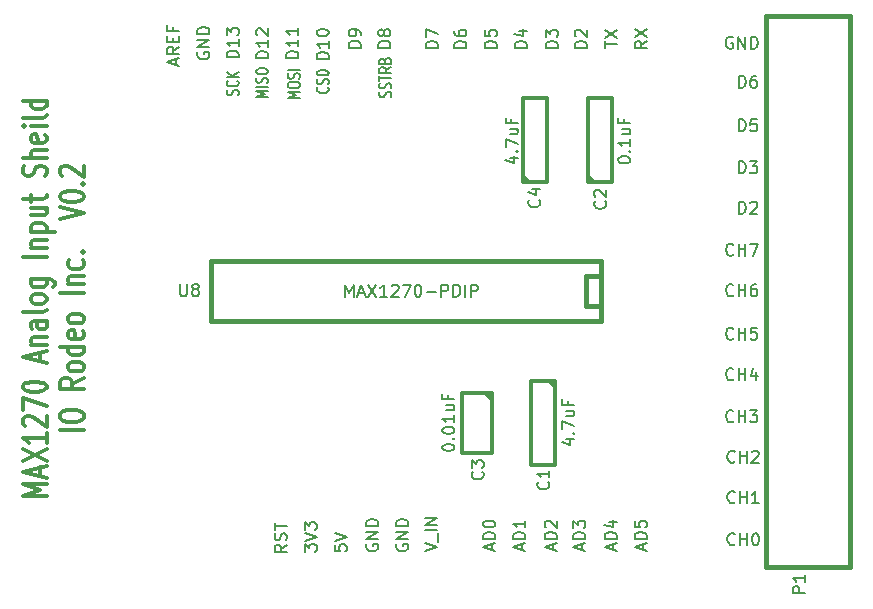
<source format=gto>
G04 (created by PCBNEW (2013-mar-13)-testing) date Sat 24 Aug 2013 02:49:24 PM PDT*
%MOIN*%
G04 Gerber Fmt 3.4, Leading zero omitted, Abs format*
%FSLAX34Y34*%
G01*
G70*
G90*
G04 APERTURE LIST*
%ADD10C,0.005906*%
%ADD11C,0.006000*%
%ADD12C,0.012000*%
%ADD13C,0.015000*%
%ADD14C,0.008000*%
G04 APERTURE END LIST*
G54D10*
G54D11*
X61890Y-34045D02*
X61490Y-34045D01*
X61490Y-33949D01*
X61510Y-33892D01*
X61548Y-33854D01*
X61586Y-33835D01*
X61662Y-33816D01*
X61719Y-33816D01*
X61795Y-33835D01*
X61833Y-33854D01*
X61871Y-33892D01*
X61890Y-33949D01*
X61890Y-34045D01*
X61662Y-33588D02*
X61643Y-33626D01*
X61624Y-33645D01*
X61586Y-33664D01*
X61567Y-33664D01*
X61529Y-33645D01*
X61510Y-33626D01*
X61490Y-33588D01*
X61490Y-33511D01*
X61510Y-33473D01*
X61529Y-33454D01*
X61567Y-33435D01*
X61586Y-33435D01*
X61624Y-33454D01*
X61643Y-33473D01*
X61662Y-33511D01*
X61662Y-33588D01*
X61681Y-33626D01*
X61700Y-33645D01*
X61738Y-33664D01*
X61814Y-33664D01*
X61852Y-33645D01*
X61871Y-33626D01*
X61890Y-33588D01*
X61890Y-33511D01*
X61871Y-33473D01*
X61852Y-33454D01*
X61814Y-33435D01*
X61738Y-33435D01*
X61700Y-33454D01*
X61681Y-33473D01*
X61662Y-33511D01*
X60900Y-34045D02*
X60500Y-34045D01*
X60500Y-33949D01*
X60520Y-33892D01*
X60558Y-33854D01*
X60596Y-33835D01*
X60672Y-33816D01*
X60729Y-33816D01*
X60805Y-33835D01*
X60843Y-33854D01*
X60881Y-33892D01*
X60900Y-33949D01*
X60900Y-34045D01*
X60900Y-33626D02*
X60900Y-33549D01*
X60881Y-33511D01*
X60862Y-33492D01*
X60805Y-33454D01*
X60729Y-33435D01*
X60577Y-33435D01*
X60539Y-33454D01*
X60520Y-33473D01*
X60500Y-33511D01*
X60500Y-33588D01*
X60520Y-33626D01*
X60539Y-33645D01*
X60577Y-33664D01*
X60672Y-33664D01*
X60710Y-33645D01*
X60729Y-33626D01*
X60748Y-33588D01*
X60748Y-33511D01*
X60729Y-33473D01*
X60710Y-33454D01*
X60672Y-33435D01*
X59830Y-34425D02*
X59430Y-34425D01*
X59430Y-34330D01*
X59450Y-34273D01*
X59488Y-34235D01*
X59526Y-34216D01*
X59602Y-34197D01*
X59659Y-34197D01*
X59735Y-34216D01*
X59773Y-34235D01*
X59811Y-34273D01*
X59830Y-34330D01*
X59830Y-34425D01*
X59830Y-33816D02*
X59830Y-34044D01*
X59830Y-33930D02*
X59430Y-33930D01*
X59488Y-33968D01*
X59526Y-34006D01*
X59545Y-34044D01*
X59430Y-33568D02*
X59430Y-33530D01*
X59450Y-33492D01*
X59469Y-33473D01*
X59507Y-33454D01*
X59583Y-33435D01*
X59678Y-33435D01*
X59754Y-33454D01*
X59792Y-33473D01*
X59811Y-33492D01*
X59830Y-33530D01*
X59830Y-33568D01*
X59811Y-33606D01*
X59792Y-33625D01*
X59754Y-33644D01*
X59678Y-33663D01*
X59583Y-33663D01*
X59507Y-33644D01*
X59469Y-33625D01*
X59450Y-33606D01*
X59430Y-33568D01*
X58820Y-34385D02*
X58420Y-34385D01*
X58420Y-34290D01*
X58440Y-34233D01*
X58478Y-34195D01*
X58516Y-34176D01*
X58592Y-34157D01*
X58649Y-34157D01*
X58725Y-34176D01*
X58763Y-34195D01*
X58801Y-34233D01*
X58820Y-34290D01*
X58820Y-34385D01*
X58820Y-33776D02*
X58820Y-34004D01*
X58820Y-33890D02*
X58420Y-33890D01*
X58478Y-33928D01*
X58516Y-33966D01*
X58535Y-34004D01*
X58820Y-33395D02*
X58820Y-33623D01*
X58820Y-33509D02*
X58420Y-33509D01*
X58478Y-33547D01*
X58516Y-33585D01*
X58535Y-33623D01*
X57820Y-34395D02*
X57420Y-34395D01*
X57420Y-34300D01*
X57440Y-34243D01*
X57478Y-34205D01*
X57516Y-34186D01*
X57592Y-34167D01*
X57649Y-34167D01*
X57725Y-34186D01*
X57763Y-34205D01*
X57801Y-34243D01*
X57820Y-34300D01*
X57820Y-34395D01*
X57820Y-33786D02*
X57820Y-34014D01*
X57820Y-33900D02*
X57420Y-33900D01*
X57478Y-33938D01*
X57516Y-33976D01*
X57535Y-34014D01*
X57459Y-33633D02*
X57440Y-33614D01*
X57420Y-33576D01*
X57420Y-33481D01*
X57440Y-33443D01*
X57459Y-33424D01*
X57497Y-33405D01*
X57535Y-33405D01*
X57592Y-33424D01*
X57820Y-33652D01*
X57820Y-33405D01*
X56830Y-34375D02*
X56430Y-34375D01*
X56430Y-34280D01*
X56450Y-34223D01*
X56488Y-34185D01*
X56526Y-34166D01*
X56602Y-34147D01*
X56659Y-34147D01*
X56735Y-34166D01*
X56773Y-34185D01*
X56811Y-34223D01*
X56830Y-34280D01*
X56830Y-34375D01*
X56830Y-33766D02*
X56830Y-33994D01*
X56830Y-33880D02*
X56430Y-33880D01*
X56488Y-33918D01*
X56526Y-33956D01*
X56545Y-33994D01*
X56430Y-33632D02*
X56430Y-33385D01*
X56583Y-33518D01*
X56583Y-33461D01*
X56602Y-33423D01*
X56621Y-33404D01*
X56659Y-33385D01*
X56754Y-33385D01*
X56792Y-33404D01*
X56811Y-33423D01*
X56830Y-33461D01*
X56830Y-33575D01*
X56811Y-33613D01*
X56792Y-33632D01*
X70440Y-33826D02*
X70250Y-33959D01*
X70440Y-34055D02*
X70040Y-34055D01*
X70040Y-33902D01*
X70060Y-33864D01*
X70079Y-33845D01*
X70117Y-33826D01*
X70174Y-33826D01*
X70212Y-33845D01*
X70231Y-33864D01*
X70250Y-33902D01*
X70250Y-34055D01*
X70040Y-33693D02*
X70440Y-33426D01*
X70040Y-33426D02*
X70440Y-33693D01*
X69040Y-34054D02*
X69040Y-33826D01*
X69440Y-33940D02*
X69040Y-33940D01*
X69040Y-33730D02*
X69440Y-33464D01*
X69040Y-33464D02*
X69440Y-33730D01*
X66440Y-34055D02*
X66040Y-34055D01*
X66040Y-33959D01*
X66060Y-33902D01*
X66098Y-33864D01*
X66136Y-33845D01*
X66212Y-33826D01*
X66269Y-33826D01*
X66345Y-33845D01*
X66383Y-33864D01*
X66421Y-33902D01*
X66440Y-33959D01*
X66440Y-34055D01*
X66174Y-33483D02*
X66440Y-33483D01*
X66021Y-33579D02*
X66307Y-33674D01*
X66307Y-33426D01*
X63470Y-34055D02*
X63070Y-34055D01*
X63070Y-33959D01*
X63090Y-33902D01*
X63128Y-33864D01*
X63166Y-33845D01*
X63242Y-33826D01*
X63299Y-33826D01*
X63375Y-33845D01*
X63413Y-33864D01*
X63451Y-33902D01*
X63470Y-33959D01*
X63470Y-34055D01*
X63070Y-33693D02*
X63070Y-33426D01*
X63470Y-33598D01*
G54D12*
X50431Y-48985D02*
X49631Y-48985D01*
X50203Y-48785D01*
X49631Y-48585D01*
X50431Y-48585D01*
X50203Y-48328D02*
X50203Y-48042D01*
X50431Y-48385D02*
X49631Y-48185D01*
X50431Y-47985D01*
X49631Y-47842D02*
X50431Y-47442D01*
X49631Y-47442D02*
X50431Y-47842D01*
X50431Y-46900D02*
X50431Y-47242D01*
X50431Y-47071D02*
X49631Y-47071D01*
X49746Y-47128D01*
X49822Y-47185D01*
X49860Y-47242D01*
X49708Y-46671D02*
X49670Y-46642D01*
X49631Y-46585D01*
X49631Y-46442D01*
X49670Y-46385D01*
X49708Y-46357D01*
X49784Y-46328D01*
X49860Y-46328D01*
X49974Y-46357D01*
X50431Y-46700D01*
X50431Y-46328D01*
X49631Y-46128D02*
X49631Y-45728D01*
X50431Y-45985D01*
X49631Y-45385D02*
X49631Y-45328D01*
X49670Y-45271D01*
X49708Y-45242D01*
X49784Y-45214D01*
X49936Y-45185D01*
X50127Y-45185D01*
X50279Y-45214D01*
X50355Y-45242D01*
X50393Y-45271D01*
X50431Y-45328D01*
X50431Y-45385D01*
X50393Y-45442D01*
X50355Y-45471D01*
X50279Y-45499D01*
X50127Y-45528D01*
X49936Y-45528D01*
X49784Y-45499D01*
X49708Y-45471D01*
X49670Y-45442D01*
X49631Y-45385D01*
X50203Y-44499D02*
X50203Y-44214D01*
X50431Y-44557D02*
X49631Y-44357D01*
X50431Y-44157D01*
X49898Y-43957D02*
X50431Y-43957D01*
X49974Y-43957D02*
X49936Y-43928D01*
X49898Y-43871D01*
X49898Y-43785D01*
X49936Y-43728D01*
X50012Y-43699D01*
X50431Y-43699D01*
X50431Y-43157D02*
X50012Y-43157D01*
X49936Y-43185D01*
X49898Y-43242D01*
X49898Y-43357D01*
X49936Y-43414D01*
X50393Y-43157D02*
X50431Y-43214D01*
X50431Y-43357D01*
X50393Y-43414D01*
X50317Y-43442D01*
X50241Y-43442D01*
X50165Y-43414D01*
X50127Y-43357D01*
X50127Y-43214D01*
X50089Y-43157D01*
X50431Y-42785D02*
X50393Y-42842D01*
X50317Y-42871D01*
X49631Y-42871D01*
X50431Y-42471D02*
X50393Y-42528D01*
X50355Y-42557D01*
X50279Y-42585D01*
X50050Y-42585D01*
X49974Y-42557D01*
X49936Y-42528D01*
X49898Y-42471D01*
X49898Y-42385D01*
X49936Y-42328D01*
X49974Y-42299D01*
X50050Y-42271D01*
X50279Y-42271D01*
X50355Y-42299D01*
X50393Y-42328D01*
X50431Y-42385D01*
X50431Y-42471D01*
X49898Y-41757D02*
X50546Y-41757D01*
X50622Y-41785D01*
X50660Y-41814D01*
X50698Y-41871D01*
X50698Y-41957D01*
X50660Y-42014D01*
X50393Y-41757D02*
X50431Y-41814D01*
X50431Y-41928D01*
X50393Y-41985D01*
X50355Y-42014D01*
X50279Y-42042D01*
X50050Y-42042D01*
X49974Y-42014D01*
X49936Y-41985D01*
X49898Y-41928D01*
X49898Y-41814D01*
X49936Y-41757D01*
X50431Y-41014D02*
X49631Y-41014D01*
X49898Y-40728D02*
X50431Y-40728D01*
X49974Y-40728D02*
X49936Y-40699D01*
X49898Y-40642D01*
X49898Y-40557D01*
X49936Y-40499D01*
X50012Y-40471D01*
X50431Y-40471D01*
X49898Y-40185D02*
X50698Y-40185D01*
X49936Y-40185D02*
X49898Y-40128D01*
X49898Y-40014D01*
X49936Y-39957D01*
X49974Y-39928D01*
X50050Y-39899D01*
X50279Y-39899D01*
X50355Y-39928D01*
X50393Y-39957D01*
X50431Y-40014D01*
X50431Y-40128D01*
X50393Y-40185D01*
X49898Y-39385D02*
X50431Y-39385D01*
X49898Y-39642D02*
X50317Y-39642D01*
X50393Y-39614D01*
X50431Y-39557D01*
X50431Y-39471D01*
X50393Y-39414D01*
X50355Y-39385D01*
X49898Y-39185D02*
X49898Y-38957D01*
X49631Y-39099D02*
X50317Y-39099D01*
X50393Y-39071D01*
X50431Y-39014D01*
X50431Y-38957D01*
X50393Y-38328D02*
X50431Y-38242D01*
X50431Y-38099D01*
X50393Y-38042D01*
X50355Y-38014D01*
X50279Y-37985D01*
X50203Y-37985D01*
X50127Y-38014D01*
X50089Y-38042D01*
X50050Y-38099D01*
X50012Y-38214D01*
X49974Y-38271D01*
X49936Y-38299D01*
X49860Y-38328D01*
X49784Y-38328D01*
X49708Y-38299D01*
X49670Y-38271D01*
X49631Y-38214D01*
X49631Y-38071D01*
X49670Y-37985D01*
X50431Y-37728D02*
X49631Y-37728D01*
X50431Y-37471D02*
X50012Y-37471D01*
X49936Y-37499D01*
X49898Y-37557D01*
X49898Y-37642D01*
X49936Y-37699D01*
X49974Y-37728D01*
X50393Y-36957D02*
X50431Y-37014D01*
X50431Y-37128D01*
X50393Y-37185D01*
X50317Y-37214D01*
X50012Y-37214D01*
X49936Y-37185D01*
X49898Y-37128D01*
X49898Y-37014D01*
X49936Y-36957D01*
X50012Y-36928D01*
X50089Y-36928D01*
X50165Y-37214D01*
X50431Y-36671D02*
X49898Y-36671D01*
X49631Y-36671D02*
X49670Y-36699D01*
X49708Y-36671D01*
X49670Y-36642D01*
X49631Y-36671D01*
X49708Y-36671D01*
X50431Y-36299D02*
X50393Y-36357D01*
X50317Y-36385D01*
X49631Y-36385D01*
X50431Y-35814D02*
X49631Y-35814D01*
X50393Y-35814D02*
X50431Y-35871D01*
X50431Y-35985D01*
X50393Y-36042D01*
X50355Y-36071D01*
X50279Y-36099D01*
X50050Y-36099D01*
X49974Y-36071D01*
X49936Y-36042D01*
X49898Y-35985D01*
X49898Y-35871D01*
X49936Y-35814D01*
X51671Y-46785D02*
X50871Y-46785D01*
X50871Y-46385D02*
X50871Y-46271D01*
X50910Y-46214D01*
X50986Y-46157D01*
X51138Y-46128D01*
X51405Y-46128D01*
X51557Y-46157D01*
X51633Y-46214D01*
X51671Y-46271D01*
X51671Y-46385D01*
X51633Y-46442D01*
X51557Y-46500D01*
X51405Y-46528D01*
X51138Y-46528D01*
X50986Y-46500D01*
X50910Y-46442D01*
X50871Y-46385D01*
X51671Y-45071D02*
X51290Y-45271D01*
X51671Y-45414D02*
X50871Y-45414D01*
X50871Y-45185D01*
X50910Y-45128D01*
X50948Y-45100D01*
X51024Y-45071D01*
X51138Y-45071D01*
X51214Y-45100D01*
X51252Y-45128D01*
X51290Y-45185D01*
X51290Y-45414D01*
X51671Y-44728D02*
X51633Y-44785D01*
X51595Y-44814D01*
X51519Y-44842D01*
X51290Y-44842D01*
X51214Y-44814D01*
X51176Y-44785D01*
X51138Y-44728D01*
X51138Y-44642D01*
X51176Y-44585D01*
X51214Y-44557D01*
X51290Y-44528D01*
X51519Y-44528D01*
X51595Y-44557D01*
X51633Y-44585D01*
X51671Y-44642D01*
X51671Y-44728D01*
X51671Y-44014D02*
X50871Y-44014D01*
X51633Y-44014D02*
X51671Y-44071D01*
X51671Y-44185D01*
X51633Y-44242D01*
X51595Y-44271D01*
X51519Y-44300D01*
X51290Y-44300D01*
X51214Y-44271D01*
X51176Y-44242D01*
X51138Y-44185D01*
X51138Y-44071D01*
X51176Y-44014D01*
X51633Y-43500D02*
X51671Y-43557D01*
X51671Y-43671D01*
X51633Y-43728D01*
X51557Y-43757D01*
X51252Y-43757D01*
X51176Y-43728D01*
X51138Y-43671D01*
X51138Y-43557D01*
X51176Y-43500D01*
X51252Y-43471D01*
X51329Y-43471D01*
X51405Y-43757D01*
X51671Y-43128D02*
X51633Y-43185D01*
X51595Y-43214D01*
X51519Y-43242D01*
X51290Y-43242D01*
X51214Y-43214D01*
X51176Y-43185D01*
X51138Y-43128D01*
X51138Y-43042D01*
X51176Y-42985D01*
X51214Y-42957D01*
X51290Y-42928D01*
X51519Y-42928D01*
X51595Y-42957D01*
X51633Y-42985D01*
X51671Y-43042D01*
X51671Y-43128D01*
X51671Y-42214D02*
X50871Y-42214D01*
X51138Y-41928D02*
X51671Y-41928D01*
X51214Y-41928D02*
X51176Y-41900D01*
X51138Y-41842D01*
X51138Y-41757D01*
X51176Y-41700D01*
X51252Y-41671D01*
X51671Y-41671D01*
X51633Y-41128D02*
X51671Y-41185D01*
X51671Y-41300D01*
X51633Y-41357D01*
X51595Y-41385D01*
X51519Y-41414D01*
X51290Y-41414D01*
X51214Y-41385D01*
X51176Y-41357D01*
X51138Y-41300D01*
X51138Y-41185D01*
X51176Y-41128D01*
X51595Y-40871D02*
X51633Y-40842D01*
X51671Y-40871D01*
X51633Y-40900D01*
X51595Y-40871D01*
X51671Y-40871D01*
X50871Y-39757D02*
X51671Y-39557D01*
X50871Y-39357D01*
X50871Y-39042D02*
X50871Y-38985D01*
X50910Y-38928D01*
X50948Y-38900D01*
X51024Y-38871D01*
X51176Y-38842D01*
X51367Y-38842D01*
X51519Y-38871D01*
X51595Y-38900D01*
X51633Y-38928D01*
X51671Y-38985D01*
X51671Y-39042D01*
X51633Y-39100D01*
X51595Y-39128D01*
X51519Y-39157D01*
X51367Y-39185D01*
X51176Y-39185D01*
X51024Y-39157D01*
X50948Y-39128D01*
X50910Y-39100D01*
X50871Y-39042D01*
X51595Y-38585D02*
X51633Y-38557D01*
X51671Y-38585D01*
X51633Y-38614D01*
X51595Y-38585D01*
X51671Y-38585D01*
X50948Y-38328D02*
X50910Y-38300D01*
X50871Y-38242D01*
X50871Y-38100D01*
X50910Y-38042D01*
X50948Y-38014D01*
X51024Y-37985D01*
X51100Y-37985D01*
X51214Y-38014D01*
X51671Y-38357D01*
X51671Y-37985D01*
G54D11*
X70316Y-50785D02*
X70316Y-50595D01*
X70430Y-50823D02*
X70030Y-50690D01*
X70430Y-50557D01*
X70430Y-50423D02*
X70030Y-50423D01*
X70030Y-50328D01*
X70050Y-50271D01*
X70088Y-50233D01*
X70126Y-50214D01*
X70202Y-50195D01*
X70259Y-50195D01*
X70335Y-50214D01*
X70373Y-50233D01*
X70411Y-50271D01*
X70430Y-50328D01*
X70430Y-50423D01*
X70030Y-49833D02*
X70030Y-50023D01*
X70221Y-50042D01*
X70202Y-50023D01*
X70183Y-49985D01*
X70183Y-49890D01*
X70202Y-49852D01*
X70221Y-49833D01*
X70259Y-49814D01*
X70354Y-49814D01*
X70392Y-49833D01*
X70411Y-49852D01*
X70430Y-49890D01*
X70430Y-49985D01*
X70411Y-50023D01*
X70392Y-50042D01*
X69316Y-50785D02*
X69316Y-50595D01*
X69430Y-50823D02*
X69030Y-50690D01*
X69430Y-50557D01*
X69430Y-50423D02*
X69030Y-50423D01*
X69030Y-50328D01*
X69050Y-50271D01*
X69088Y-50233D01*
X69126Y-50214D01*
X69202Y-50195D01*
X69259Y-50195D01*
X69335Y-50214D01*
X69373Y-50233D01*
X69411Y-50271D01*
X69430Y-50328D01*
X69430Y-50423D01*
X69164Y-49852D02*
X69430Y-49852D01*
X69011Y-49947D02*
X69297Y-50042D01*
X69297Y-49795D01*
X68266Y-50785D02*
X68266Y-50595D01*
X68380Y-50823D02*
X67980Y-50690D01*
X68380Y-50557D01*
X68380Y-50423D02*
X67980Y-50423D01*
X67980Y-50328D01*
X68000Y-50271D01*
X68038Y-50233D01*
X68076Y-50214D01*
X68152Y-50195D01*
X68209Y-50195D01*
X68285Y-50214D01*
X68323Y-50233D01*
X68361Y-50271D01*
X68380Y-50328D01*
X68380Y-50423D01*
X67980Y-50061D02*
X67980Y-49814D01*
X68133Y-49947D01*
X68133Y-49890D01*
X68152Y-49852D01*
X68171Y-49833D01*
X68209Y-49814D01*
X68304Y-49814D01*
X68342Y-49833D01*
X68361Y-49852D01*
X68380Y-49890D01*
X68380Y-50004D01*
X68361Y-50042D01*
X68342Y-50061D01*
X67316Y-50785D02*
X67316Y-50595D01*
X67430Y-50823D02*
X67030Y-50690D01*
X67430Y-50557D01*
X67430Y-50423D02*
X67030Y-50423D01*
X67030Y-50328D01*
X67050Y-50271D01*
X67088Y-50233D01*
X67126Y-50214D01*
X67202Y-50195D01*
X67259Y-50195D01*
X67335Y-50214D01*
X67373Y-50233D01*
X67411Y-50271D01*
X67430Y-50328D01*
X67430Y-50423D01*
X67069Y-50042D02*
X67050Y-50023D01*
X67030Y-49985D01*
X67030Y-49890D01*
X67050Y-49852D01*
X67069Y-49833D01*
X67107Y-49814D01*
X67145Y-49814D01*
X67202Y-49833D01*
X67430Y-50061D01*
X67430Y-49814D01*
X66266Y-50785D02*
X66266Y-50595D01*
X66380Y-50823D02*
X65980Y-50690D01*
X66380Y-50557D01*
X66380Y-50423D02*
X65980Y-50423D01*
X65980Y-50328D01*
X66000Y-50271D01*
X66038Y-50233D01*
X66076Y-50214D01*
X66152Y-50195D01*
X66209Y-50195D01*
X66285Y-50214D01*
X66323Y-50233D01*
X66361Y-50271D01*
X66380Y-50328D01*
X66380Y-50423D01*
X66380Y-49814D02*
X66380Y-50042D01*
X66380Y-49928D02*
X65980Y-49928D01*
X66038Y-49966D01*
X66076Y-50004D01*
X66095Y-50042D01*
X65266Y-50785D02*
X65266Y-50595D01*
X65380Y-50823D02*
X64980Y-50690D01*
X65380Y-50557D01*
X65380Y-50423D02*
X64980Y-50423D01*
X64980Y-50328D01*
X65000Y-50271D01*
X65038Y-50233D01*
X65076Y-50214D01*
X65152Y-50195D01*
X65209Y-50195D01*
X65285Y-50214D01*
X65323Y-50233D01*
X65361Y-50271D01*
X65380Y-50328D01*
X65380Y-50423D01*
X64980Y-49947D02*
X64980Y-49909D01*
X65000Y-49871D01*
X65019Y-49852D01*
X65057Y-49833D01*
X65133Y-49814D01*
X65228Y-49814D01*
X65304Y-49833D01*
X65342Y-49852D01*
X65361Y-49871D01*
X65380Y-49909D01*
X65380Y-49947D01*
X65361Y-49985D01*
X65342Y-50004D01*
X65304Y-50023D01*
X65228Y-50042D01*
X65133Y-50042D01*
X65057Y-50023D01*
X65019Y-50004D01*
X65000Y-49985D01*
X64980Y-49947D01*
X63030Y-50840D02*
X63430Y-50707D01*
X63030Y-50573D01*
X63469Y-50535D02*
X63469Y-50230D01*
X63430Y-50135D02*
X63030Y-50135D01*
X63430Y-49945D02*
X63030Y-49945D01*
X63430Y-49716D01*
X63030Y-49716D01*
X62100Y-50604D02*
X62080Y-50642D01*
X62080Y-50700D01*
X62100Y-50757D01*
X62138Y-50795D01*
X62176Y-50814D01*
X62252Y-50833D01*
X62309Y-50833D01*
X62385Y-50814D01*
X62423Y-50795D01*
X62461Y-50757D01*
X62480Y-50700D01*
X62480Y-50661D01*
X62461Y-50604D01*
X62442Y-50585D01*
X62309Y-50585D01*
X62309Y-50661D01*
X62480Y-50414D02*
X62080Y-50414D01*
X62480Y-50185D01*
X62080Y-50185D01*
X62480Y-49995D02*
X62080Y-49995D01*
X62080Y-49899D01*
X62100Y-49842D01*
X62138Y-49804D01*
X62176Y-49785D01*
X62252Y-49766D01*
X62309Y-49766D01*
X62385Y-49785D01*
X62423Y-49804D01*
X62461Y-49842D01*
X62480Y-49899D01*
X62480Y-49995D01*
X61100Y-50604D02*
X61080Y-50642D01*
X61080Y-50700D01*
X61100Y-50757D01*
X61138Y-50795D01*
X61176Y-50814D01*
X61252Y-50833D01*
X61309Y-50833D01*
X61385Y-50814D01*
X61423Y-50795D01*
X61461Y-50757D01*
X61480Y-50700D01*
X61480Y-50661D01*
X61461Y-50604D01*
X61442Y-50585D01*
X61309Y-50585D01*
X61309Y-50661D01*
X61480Y-50414D02*
X61080Y-50414D01*
X61480Y-50185D01*
X61080Y-50185D01*
X61480Y-49995D02*
X61080Y-49995D01*
X61080Y-49899D01*
X61100Y-49842D01*
X61138Y-49804D01*
X61176Y-49785D01*
X61252Y-49766D01*
X61309Y-49766D01*
X61385Y-49785D01*
X61423Y-49804D01*
X61461Y-49842D01*
X61480Y-49899D01*
X61480Y-49995D01*
X60030Y-50626D02*
X60030Y-50816D01*
X60221Y-50835D01*
X60202Y-50816D01*
X60183Y-50778D01*
X60183Y-50683D01*
X60202Y-50645D01*
X60221Y-50626D01*
X60259Y-50607D01*
X60354Y-50607D01*
X60392Y-50626D01*
X60411Y-50645D01*
X60430Y-50683D01*
X60430Y-50778D01*
X60411Y-50816D01*
X60392Y-50835D01*
X60030Y-50492D02*
X60430Y-50359D01*
X60030Y-50226D01*
X59030Y-50845D02*
X59030Y-50597D01*
X59183Y-50730D01*
X59183Y-50673D01*
X59202Y-50635D01*
X59221Y-50616D01*
X59259Y-50597D01*
X59354Y-50597D01*
X59392Y-50616D01*
X59411Y-50635D01*
X59430Y-50673D01*
X59430Y-50788D01*
X59411Y-50826D01*
X59392Y-50845D01*
X59030Y-50483D02*
X59430Y-50349D01*
X59030Y-50216D01*
X59030Y-50121D02*
X59030Y-49873D01*
X59183Y-50007D01*
X59183Y-49950D01*
X59202Y-49911D01*
X59221Y-49892D01*
X59259Y-49873D01*
X59354Y-49873D01*
X59392Y-49892D01*
X59411Y-49911D01*
X59430Y-49950D01*
X59430Y-50064D01*
X59411Y-50102D01*
X59392Y-50121D01*
X58430Y-50619D02*
X58240Y-50752D01*
X58430Y-50847D02*
X58030Y-50847D01*
X58030Y-50695D01*
X58050Y-50657D01*
X58069Y-50638D01*
X58107Y-50619D01*
X58164Y-50619D01*
X58202Y-50638D01*
X58221Y-50657D01*
X58240Y-50695D01*
X58240Y-50847D01*
X58411Y-50466D02*
X58430Y-50409D01*
X58430Y-50314D01*
X58411Y-50276D01*
X58392Y-50257D01*
X58354Y-50238D01*
X58316Y-50238D01*
X58278Y-50257D01*
X58259Y-50276D01*
X58240Y-50314D01*
X58221Y-50390D01*
X58202Y-50428D01*
X58183Y-50447D01*
X58145Y-50466D01*
X58107Y-50466D01*
X58069Y-50447D01*
X58050Y-50428D01*
X58030Y-50390D01*
X58030Y-50295D01*
X58050Y-50238D01*
X58030Y-50123D02*
X58030Y-49895D01*
X58430Y-50009D02*
X58030Y-50009D01*
X54736Y-34607D02*
X54736Y-34417D01*
X54850Y-34645D02*
X54450Y-34512D01*
X54850Y-34379D01*
X54850Y-34017D02*
X54660Y-34150D01*
X54850Y-34245D02*
X54450Y-34245D01*
X54450Y-34093D01*
X54470Y-34055D01*
X54489Y-34036D01*
X54527Y-34017D01*
X54584Y-34017D01*
X54622Y-34036D01*
X54641Y-34055D01*
X54660Y-34093D01*
X54660Y-34245D01*
X54641Y-33845D02*
X54641Y-33712D01*
X54850Y-33655D02*
X54850Y-33845D01*
X54450Y-33845D01*
X54450Y-33655D01*
X54641Y-33350D02*
X54641Y-33483D01*
X54850Y-33483D02*
X54450Y-33483D01*
X54450Y-33293D01*
X55480Y-34204D02*
X55460Y-34242D01*
X55460Y-34300D01*
X55480Y-34357D01*
X55518Y-34395D01*
X55556Y-34414D01*
X55632Y-34433D01*
X55689Y-34433D01*
X55765Y-34414D01*
X55803Y-34395D01*
X55841Y-34357D01*
X55860Y-34300D01*
X55860Y-34261D01*
X55841Y-34204D01*
X55822Y-34185D01*
X55689Y-34185D01*
X55689Y-34261D01*
X55860Y-34014D02*
X55460Y-34014D01*
X55860Y-33785D01*
X55460Y-33785D01*
X55860Y-33595D02*
X55460Y-33595D01*
X55460Y-33499D01*
X55480Y-33442D01*
X55518Y-33404D01*
X55556Y-33385D01*
X55632Y-33366D01*
X55689Y-33366D01*
X55765Y-33385D01*
X55803Y-33404D01*
X55841Y-33442D01*
X55860Y-33499D01*
X55860Y-33595D01*
X56811Y-35625D02*
X56830Y-35582D01*
X56830Y-35511D01*
X56811Y-35482D01*
X56792Y-35468D01*
X56754Y-35454D01*
X56716Y-35454D01*
X56678Y-35468D01*
X56659Y-35482D01*
X56640Y-35511D01*
X56621Y-35568D01*
X56602Y-35597D01*
X56583Y-35611D01*
X56545Y-35625D01*
X56507Y-35625D01*
X56469Y-35611D01*
X56450Y-35597D01*
X56430Y-35568D01*
X56430Y-35497D01*
X56450Y-35454D01*
X56792Y-35154D02*
X56811Y-35168D01*
X56830Y-35211D01*
X56830Y-35240D01*
X56811Y-35282D01*
X56773Y-35311D01*
X56735Y-35325D01*
X56659Y-35340D01*
X56602Y-35340D01*
X56526Y-35325D01*
X56488Y-35311D01*
X56450Y-35282D01*
X56430Y-35240D01*
X56430Y-35211D01*
X56450Y-35168D01*
X56469Y-35154D01*
X56830Y-35025D02*
X56430Y-35025D01*
X56830Y-34854D02*
X56602Y-34982D01*
X56430Y-34854D02*
X56659Y-35025D01*
X57810Y-35691D02*
X57410Y-35691D01*
X57696Y-35591D01*
X57410Y-35491D01*
X57810Y-35491D01*
X57810Y-35348D02*
X57410Y-35348D01*
X57791Y-35220D02*
X57810Y-35177D01*
X57810Y-35105D01*
X57791Y-35077D01*
X57772Y-35062D01*
X57734Y-35048D01*
X57696Y-35048D01*
X57658Y-35062D01*
X57639Y-35077D01*
X57620Y-35105D01*
X57601Y-35162D01*
X57582Y-35191D01*
X57563Y-35205D01*
X57525Y-35220D01*
X57487Y-35220D01*
X57449Y-35205D01*
X57430Y-35191D01*
X57410Y-35162D01*
X57410Y-35091D01*
X57430Y-35048D01*
X57410Y-34862D02*
X57410Y-34805D01*
X57430Y-34777D01*
X57468Y-34748D01*
X57544Y-34734D01*
X57677Y-34734D01*
X57753Y-34748D01*
X57791Y-34777D01*
X57810Y-34805D01*
X57810Y-34862D01*
X57791Y-34891D01*
X57753Y-34920D01*
X57677Y-34934D01*
X57544Y-34934D01*
X57468Y-34920D01*
X57430Y-34891D01*
X57410Y-34862D01*
X58870Y-35721D02*
X58470Y-35721D01*
X58756Y-35621D01*
X58470Y-35521D01*
X58870Y-35521D01*
X58470Y-35321D02*
X58470Y-35264D01*
X58490Y-35235D01*
X58528Y-35207D01*
X58604Y-35192D01*
X58737Y-35192D01*
X58813Y-35207D01*
X58851Y-35235D01*
X58870Y-35264D01*
X58870Y-35321D01*
X58851Y-35350D01*
X58813Y-35378D01*
X58737Y-35392D01*
X58604Y-35392D01*
X58528Y-35378D01*
X58490Y-35350D01*
X58470Y-35321D01*
X58851Y-35078D02*
X58870Y-35035D01*
X58870Y-34964D01*
X58851Y-34935D01*
X58832Y-34921D01*
X58794Y-34907D01*
X58756Y-34907D01*
X58718Y-34921D01*
X58699Y-34935D01*
X58680Y-34964D01*
X58661Y-35021D01*
X58642Y-35050D01*
X58623Y-35064D01*
X58585Y-35078D01*
X58547Y-35078D01*
X58509Y-35064D01*
X58490Y-35050D01*
X58470Y-35021D01*
X58470Y-34950D01*
X58490Y-34907D01*
X58870Y-34778D02*
X58470Y-34778D01*
X59802Y-35372D02*
X59821Y-35387D01*
X59840Y-35430D01*
X59840Y-35458D01*
X59821Y-35501D01*
X59783Y-35530D01*
X59745Y-35544D01*
X59669Y-35558D01*
X59612Y-35558D01*
X59536Y-35544D01*
X59498Y-35530D01*
X59460Y-35501D01*
X59440Y-35458D01*
X59440Y-35430D01*
X59460Y-35387D01*
X59479Y-35372D01*
X59821Y-35258D02*
X59840Y-35215D01*
X59840Y-35144D01*
X59821Y-35115D01*
X59802Y-35101D01*
X59764Y-35087D01*
X59726Y-35087D01*
X59688Y-35101D01*
X59669Y-35115D01*
X59650Y-35144D01*
X59631Y-35201D01*
X59612Y-35230D01*
X59593Y-35244D01*
X59555Y-35258D01*
X59517Y-35258D01*
X59479Y-35244D01*
X59460Y-35230D01*
X59440Y-35201D01*
X59440Y-35130D01*
X59460Y-35087D01*
X59440Y-34901D02*
X59440Y-34872D01*
X59460Y-34844D01*
X59479Y-34830D01*
X59517Y-34815D01*
X59593Y-34801D01*
X59688Y-34801D01*
X59764Y-34815D01*
X59802Y-34830D01*
X59821Y-34844D01*
X59840Y-34872D01*
X59840Y-34901D01*
X59821Y-34930D01*
X59802Y-34944D01*
X59764Y-34958D01*
X59688Y-34972D01*
X59593Y-34972D01*
X59517Y-34958D01*
X59479Y-34944D01*
X59460Y-34930D01*
X59440Y-34901D01*
X61901Y-35692D02*
X61920Y-35649D01*
X61920Y-35578D01*
X61901Y-35549D01*
X61882Y-35535D01*
X61844Y-35521D01*
X61806Y-35521D01*
X61768Y-35535D01*
X61749Y-35549D01*
X61730Y-35578D01*
X61711Y-35635D01*
X61692Y-35664D01*
X61673Y-35678D01*
X61635Y-35692D01*
X61597Y-35692D01*
X61559Y-35678D01*
X61540Y-35664D01*
X61520Y-35635D01*
X61520Y-35564D01*
X61540Y-35521D01*
X61901Y-35407D02*
X61920Y-35364D01*
X61920Y-35292D01*
X61901Y-35264D01*
X61882Y-35249D01*
X61844Y-35235D01*
X61806Y-35235D01*
X61768Y-35249D01*
X61749Y-35264D01*
X61730Y-35292D01*
X61711Y-35349D01*
X61692Y-35378D01*
X61673Y-35392D01*
X61635Y-35407D01*
X61597Y-35407D01*
X61559Y-35392D01*
X61540Y-35378D01*
X61520Y-35349D01*
X61520Y-35278D01*
X61540Y-35235D01*
X61520Y-35150D02*
X61520Y-34978D01*
X61920Y-35064D02*
X61520Y-35064D01*
X61920Y-34707D02*
X61730Y-34807D01*
X61920Y-34878D02*
X61520Y-34878D01*
X61520Y-34764D01*
X61540Y-34735D01*
X61559Y-34721D01*
X61597Y-34707D01*
X61654Y-34707D01*
X61692Y-34721D01*
X61711Y-34735D01*
X61730Y-34764D01*
X61730Y-34878D01*
X61711Y-34478D02*
X61730Y-34435D01*
X61749Y-34421D01*
X61787Y-34407D01*
X61844Y-34407D01*
X61882Y-34421D01*
X61901Y-34435D01*
X61920Y-34464D01*
X61920Y-34578D01*
X61520Y-34578D01*
X61520Y-34478D01*
X61540Y-34450D01*
X61559Y-34435D01*
X61597Y-34421D01*
X61635Y-34421D01*
X61673Y-34435D01*
X61692Y-34450D01*
X61711Y-34478D01*
X61711Y-34578D01*
X64420Y-34055D02*
X64020Y-34055D01*
X64020Y-33959D01*
X64040Y-33902D01*
X64078Y-33864D01*
X64116Y-33845D01*
X64192Y-33826D01*
X64249Y-33826D01*
X64325Y-33845D01*
X64363Y-33864D01*
X64401Y-33902D01*
X64420Y-33959D01*
X64420Y-34055D01*
X64020Y-33483D02*
X64020Y-33559D01*
X64040Y-33598D01*
X64059Y-33617D01*
X64116Y-33655D01*
X64192Y-33674D01*
X64344Y-33674D01*
X64382Y-33655D01*
X64401Y-33636D01*
X64420Y-33598D01*
X64420Y-33521D01*
X64401Y-33483D01*
X64382Y-33464D01*
X64344Y-33445D01*
X64249Y-33445D01*
X64211Y-33464D01*
X64192Y-33483D01*
X64173Y-33521D01*
X64173Y-33598D01*
X64192Y-33636D01*
X64211Y-33655D01*
X64249Y-33674D01*
X65430Y-34055D02*
X65030Y-34055D01*
X65030Y-33959D01*
X65050Y-33902D01*
X65088Y-33864D01*
X65126Y-33845D01*
X65202Y-33826D01*
X65259Y-33826D01*
X65335Y-33845D01*
X65373Y-33864D01*
X65411Y-33902D01*
X65430Y-33959D01*
X65430Y-34055D01*
X65030Y-33464D02*
X65030Y-33655D01*
X65221Y-33674D01*
X65202Y-33655D01*
X65183Y-33617D01*
X65183Y-33521D01*
X65202Y-33483D01*
X65221Y-33464D01*
X65259Y-33445D01*
X65354Y-33445D01*
X65392Y-33464D01*
X65411Y-33483D01*
X65430Y-33521D01*
X65430Y-33617D01*
X65411Y-33655D01*
X65392Y-33674D01*
X67470Y-34055D02*
X67070Y-34055D01*
X67070Y-33959D01*
X67090Y-33902D01*
X67128Y-33864D01*
X67166Y-33845D01*
X67242Y-33826D01*
X67299Y-33826D01*
X67375Y-33845D01*
X67413Y-33864D01*
X67451Y-33902D01*
X67470Y-33959D01*
X67470Y-34055D01*
X67070Y-33693D02*
X67070Y-33445D01*
X67223Y-33579D01*
X67223Y-33521D01*
X67242Y-33483D01*
X67261Y-33464D01*
X67299Y-33445D01*
X67394Y-33445D01*
X67432Y-33464D01*
X67451Y-33483D01*
X67470Y-33521D01*
X67470Y-33636D01*
X67451Y-33674D01*
X67432Y-33693D01*
X68440Y-34055D02*
X68040Y-34055D01*
X68040Y-33959D01*
X68060Y-33902D01*
X68098Y-33864D01*
X68136Y-33845D01*
X68212Y-33826D01*
X68269Y-33826D01*
X68345Y-33845D01*
X68383Y-33864D01*
X68421Y-33902D01*
X68440Y-33959D01*
X68440Y-34055D01*
X68079Y-33674D02*
X68060Y-33655D01*
X68040Y-33617D01*
X68040Y-33521D01*
X68060Y-33483D01*
X68079Y-33464D01*
X68117Y-33445D01*
X68155Y-33445D01*
X68212Y-33464D01*
X68440Y-33693D01*
X68440Y-33445D01*
X73295Y-33700D02*
X73257Y-33680D01*
X73200Y-33680D01*
X73142Y-33700D01*
X73104Y-33738D01*
X73085Y-33776D01*
X73066Y-33852D01*
X73066Y-33909D01*
X73085Y-33985D01*
X73104Y-34023D01*
X73142Y-34061D01*
X73200Y-34080D01*
X73238Y-34080D01*
X73295Y-34061D01*
X73314Y-34042D01*
X73314Y-33909D01*
X73238Y-33909D01*
X73485Y-34080D02*
X73485Y-33680D01*
X73714Y-34080D01*
X73714Y-33680D01*
X73904Y-34080D02*
X73904Y-33680D01*
X74000Y-33680D01*
X74057Y-33700D01*
X74095Y-33738D01*
X74114Y-33776D01*
X74133Y-33852D01*
X74133Y-33909D01*
X74114Y-33985D01*
X74095Y-34023D01*
X74057Y-34061D01*
X74000Y-34080D01*
X73904Y-34080D01*
X73504Y-35380D02*
X73504Y-34980D01*
X73600Y-34980D01*
X73657Y-35000D01*
X73695Y-35038D01*
X73714Y-35076D01*
X73733Y-35152D01*
X73733Y-35209D01*
X73714Y-35285D01*
X73695Y-35323D01*
X73657Y-35361D01*
X73600Y-35380D01*
X73504Y-35380D01*
X74076Y-34980D02*
X74000Y-34980D01*
X73961Y-35000D01*
X73942Y-35019D01*
X73904Y-35076D01*
X73885Y-35152D01*
X73885Y-35304D01*
X73904Y-35342D01*
X73923Y-35361D01*
X73961Y-35380D01*
X74038Y-35380D01*
X74076Y-35361D01*
X74095Y-35342D01*
X74114Y-35304D01*
X74114Y-35209D01*
X74095Y-35171D01*
X74076Y-35152D01*
X74038Y-35133D01*
X73961Y-35133D01*
X73923Y-35152D01*
X73904Y-35171D01*
X73885Y-35209D01*
X73504Y-36830D02*
X73504Y-36430D01*
X73600Y-36430D01*
X73657Y-36450D01*
X73695Y-36488D01*
X73714Y-36526D01*
X73733Y-36602D01*
X73733Y-36659D01*
X73714Y-36735D01*
X73695Y-36773D01*
X73657Y-36811D01*
X73600Y-36830D01*
X73504Y-36830D01*
X74095Y-36430D02*
X73904Y-36430D01*
X73885Y-36621D01*
X73904Y-36602D01*
X73942Y-36583D01*
X74038Y-36583D01*
X74076Y-36602D01*
X74095Y-36621D01*
X74114Y-36659D01*
X74114Y-36754D01*
X74095Y-36792D01*
X74076Y-36811D01*
X74038Y-36830D01*
X73942Y-36830D01*
X73904Y-36811D01*
X73885Y-36792D01*
X73504Y-38230D02*
X73504Y-37830D01*
X73600Y-37830D01*
X73657Y-37850D01*
X73695Y-37888D01*
X73714Y-37926D01*
X73733Y-38002D01*
X73733Y-38059D01*
X73714Y-38135D01*
X73695Y-38173D01*
X73657Y-38211D01*
X73600Y-38230D01*
X73504Y-38230D01*
X73866Y-37830D02*
X74114Y-37830D01*
X73980Y-37983D01*
X74038Y-37983D01*
X74076Y-38002D01*
X74095Y-38021D01*
X74114Y-38059D01*
X74114Y-38154D01*
X74095Y-38192D01*
X74076Y-38211D01*
X74038Y-38230D01*
X73923Y-38230D01*
X73885Y-38211D01*
X73866Y-38192D01*
X73504Y-39580D02*
X73504Y-39180D01*
X73600Y-39180D01*
X73657Y-39200D01*
X73695Y-39238D01*
X73714Y-39276D01*
X73733Y-39352D01*
X73733Y-39409D01*
X73714Y-39485D01*
X73695Y-39523D01*
X73657Y-39561D01*
X73600Y-39580D01*
X73504Y-39580D01*
X73885Y-39219D02*
X73904Y-39200D01*
X73942Y-39180D01*
X74038Y-39180D01*
X74076Y-39200D01*
X74095Y-39219D01*
X74114Y-39257D01*
X74114Y-39295D01*
X74095Y-39352D01*
X73866Y-39580D01*
X74114Y-39580D01*
X73323Y-40942D02*
X73304Y-40961D01*
X73247Y-40980D01*
X73209Y-40980D01*
X73152Y-40961D01*
X73114Y-40923D01*
X73095Y-40885D01*
X73076Y-40809D01*
X73076Y-40752D01*
X73095Y-40676D01*
X73114Y-40638D01*
X73152Y-40600D01*
X73209Y-40580D01*
X73247Y-40580D01*
X73304Y-40600D01*
X73323Y-40619D01*
X73495Y-40980D02*
X73495Y-40580D01*
X73495Y-40771D02*
X73723Y-40771D01*
X73723Y-40980D02*
X73723Y-40580D01*
X73876Y-40580D02*
X74142Y-40580D01*
X73971Y-40980D01*
X73323Y-42292D02*
X73304Y-42311D01*
X73247Y-42330D01*
X73209Y-42330D01*
X73152Y-42311D01*
X73114Y-42273D01*
X73095Y-42235D01*
X73076Y-42159D01*
X73076Y-42102D01*
X73095Y-42026D01*
X73114Y-41988D01*
X73152Y-41950D01*
X73209Y-41930D01*
X73247Y-41930D01*
X73304Y-41950D01*
X73323Y-41969D01*
X73495Y-42330D02*
X73495Y-41930D01*
X73495Y-42121D02*
X73723Y-42121D01*
X73723Y-42330D02*
X73723Y-41930D01*
X74085Y-41930D02*
X74009Y-41930D01*
X73971Y-41950D01*
X73952Y-41969D01*
X73914Y-42026D01*
X73895Y-42102D01*
X73895Y-42254D01*
X73914Y-42292D01*
X73933Y-42311D01*
X73971Y-42330D01*
X74047Y-42330D01*
X74085Y-42311D01*
X74104Y-42292D01*
X74123Y-42254D01*
X74123Y-42159D01*
X74104Y-42121D01*
X74085Y-42102D01*
X74047Y-42083D01*
X73971Y-42083D01*
X73933Y-42102D01*
X73914Y-42121D01*
X73895Y-42159D01*
X73323Y-43742D02*
X73304Y-43761D01*
X73247Y-43780D01*
X73209Y-43780D01*
X73152Y-43761D01*
X73114Y-43723D01*
X73095Y-43685D01*
X73076Y-43609D01*
X73076Y-43552D01*
X73095Y-43476D01*
X73114Y-43438D01*
X73152Y-43400D01*
X73209Y-43380D01*
X73247Y-43380D01*
X73304Y-43400D01*
X73323Y-43419D01*
X73495Y-43780D02*
X73495Y-43380D01*
X73495Y-43571D02*
X73723Y-43571D01*
X73723Y-43780D02*
X73723Y-43380D01*
X74104Y-43380D02*
X73914Y-43380D01*
X73895Y-43571D01*
X73914Y-43552D01*
X73952Y-43533D01*
X74047Y-43533D01*
X74085Y-43552D01*
X74104Y-43571D01*
X74123Y-43609D01*
X74123Y-43704D01*
X74104Y-43742D01*
X74085Y-43761D01*
X74047Y-43780D01*
X73952Y-43780D01*
X73914Y-43761D01*
X73895Y-43742D01*
X73323Y-46492D02*
X73304Y-46511D01*
X73247Y-46530D01*
X73209Y-46530D01*
X73152Y-46511D01*
X73114Y-46473D01*
X73095Y-46435D01*
X73076Y-46359D01*
X73076Y-46302D01*
X73095Y-46226D01*
X73114Y-46188D01*
X73152Y-46150D01*
X73209Y-46130D01*
X73247Y-46130D01*
X73304Y-46150D01*
X73323Y-46169D01*
X73495Y-46530D02*
X73495Y-46130D01*
X73495Y-46321D02*
X73723Y-46321D01*
X73723Y-46530D02*
X73723Y-46130D01*
X73876Y-46130D02*
X74123Y-46130D01*
X73990Y-46283D01*
X74047Y-46283D01*
X74085Y-46302D01*
X74104Y-46321D01*
X74123Y-46359D01*
X74123Y-46454D01*
X74104Y-46492D01*
X74085Y-46511D01*
X74047Y-46530D01*
X73933Y-46530D01*
X73895Y-46511D01*
X73876Y-46492D01*
X73323Y-45092D02*
X73304Y-45111D01*
X73247Y-45130D01*
X73209Y-45130D01*
X73152Y-45111D01*
X73114Y-45073D01*
X73095Y-45035D01*
X73076Y-44959D01*
X73076Y-44902D01*
X73095Y-44826D01*
X73114Y-44788D01*
X73152Y-44750D01*
X73209Y-44730D01*
X73247Y-44730D01*
X73304Y-44750D01*
X73323Y-44769D01*
X73495Y-45130D02*
X73495Y-44730D01*
X73495Y-44921D02*
X73723Y-44921D01*
X73723Y-45130D02*
X73723Y-44730D01*
X74085Y-44864D02*
X74085Y-45130D01*
X73990Y-44711D02*
X73895Y-44997D01*
X74142Y-44997D01*
X73373Y-47842D02*
X73354Y-47861D01*
X73297Y-47880D01*
X73259Y-47880D01*
X73202Y-47861D01*
X73164Y-47823D01*
X73145Y-47785D01*
X73126Y-47709D01*
X73126Y-47652D01*
X73145Y-47576D01*
X73164Y-47538D01*
X73202Y-47500D01*
X73259Y-47480D01*
X73297Y-47480D01*
X73354Y-47500D01*
X73373Y-47519D01*
X73545Y-47880D02*
X73545Y-47480D01*
X73545Y-47671D02*
X73773Y-47671D01*
X73773Y-47880D02*
X73773Y-47480D01*
X73945Y-47519D02*
X73964Y-47500D01*
X74002Y-47480D01*
X74097Y-47480D01*
X74135Y-47500D01*
X74154Y-47519D01*
X74173Y-47557D01*
X74173Y-47595D01*
X74154Y-47652D01*
X73926Y-47880D01*
X74173Y-47880D01*
X73373Y-49192D02*
X73354Y-49211D01*
X73297Y-49230D01*
X73259Y-49230D01*
X73202Y-49211D01*
X73164Y-49173D01*
X73145Y-49135D01*
X73126Y-49059D01*
X73126Y-49002D01*
X73145Y-48926D01*
X73164Y-48888D01*
X73202Y-48850D01*
X73259Y-48830D01*
X73297Y-48830D01*
X73354Y-48850D01*
X73373Y-48869D01*
X73545Y-49230D02*
X73545Y-48830D01*
X73545Y-49021D02*
X73773Y-49021D01*
X73773Y-49230D02*
X73773Y-48830D01*
X74173Y-49230D02*
X73945Y-49230D01*
X74059Y-49230D02*
X74059Y-48830D01*
X74021Y-48888D01*
X73983Y-48926D01*
X73945Y-48945D01*
X73373Y-50592D02*
X73354Y-50611D01*
X73297Y-50630D01*
X73259Y-50630D01*
X73202Y-50611D01*
X73164Y-50573D01*
X73145Y-50535D01*
X73126Y-50459D01*
X73126Y-50402D01*
X73145Y-50326D01*
X73164Y-50288D01*
X73202Y-50250D01*
X73259Y-50230D01*
X73297Y-50230D01*
X73354Y-50250D01*
X73373Y-50269D01*
X73545Y-50630D02*
X73545Y-50230D01*
X73545Y-50421D02*
X73773Y-50421D01*
X73773Y-50630D02*
X73773Y-50230D01*
X74040Y-50230D02*
X74078Y-50230D01*
X74116Y-50250D01*
X74135Y-50269D01*
X74154Y-50307D01*
X74173Y-50383D01*
X74173Y-50478D01*
X74154Y-50554D01*
X74135Y-50592D01*
X74116Y-50611D01*
X74078Y-50630D01*
X74040Y-50630D01*
X74002Y-50611D01*
X73983Y-50592D01*
X73964Y-50554D01*
X73945Y-50478D01*
X73945Y-50383D01*
X73964Y-50307D01*
X73983Y-50269D01*
X74002Y-50250D01*
X74040Y-50230D01*
G54D13*
X68901Y-42670D02*
X68401Y-42670D01*
X68401Y-42670D02*
X68401Y-41670D01*
X68401Y-41670D02*
X68901Y-41670D01*
X68901Y-41670D02*
X68901Y-41670D01*
X68901Y-43170D02*
X55901Y-43170D01*
X55901Y-43170D02*
X55901Y-41170D01*
X55901Y-41170D02*
X68901Y-41170D01*
X68901Y-41170D02*
X68901Y-43170D01*
X74425Y-33000D02*
X74425Y-51347D01*
X77219Y-33001D02*
X77219Y-51347D01*
X74424Y-51348D02*
X77180Y-51348D01*
X74425Y-32999D02*
X77220Y-32999D01*
G54D12*
X65283Y-45563D02*
X65283Y-47543D01*
X65283Y-47543D02*
X64283Y-47543D01*
X64283Y-47543D02*
X64283Y-45543D01*
X64283Y-45543D02*
X65283Y-45543D01*
X65033Y-45543D02*
X65283Y-45793D01*
X67388Y-45151D02*
X67388Y-47951D01*
X67388Y-47951D02*
X66588Y-47951D01*
X66588Y-47951D02*
X66588Y-45151D01*
X66588Y-45151D02*
X67388Y-45151D01*
X67188Y-45151D02*
X67388Y-45351D01*
X68481Y-38541D02*
X68481Y-35741D01*
X68481Y-35741D02*
X69281Y-35741D01*
X69281Y-35741D02*
X69281Y-38541D01*
X69281Y-38541D02*
X68481Y-38541D01*
X68681Y-38541D02*
X68481Y-38341D01*
X66320Y-38541D02*
X66320Y-35741D01*
X66320Y-35741D02*
X67120Y-35741D01*
X67120Y-35741D02*
X67120Y-38541D01*
X67120Y-38541D02*
X66320Y-38541D01*
X66520Y-38541D02*
X66320Y-38341D01*
G54D14*
X54884Y-41930D02*
X54884Y-42254D01*
X54903Y-42292D01*
X54922Y-42311D01*
X54960Y-42330D01*
X55036Y-42330D01*
X55074Y-42311D01*
X55093Y-42292D01*
X55112Y-42254D01*
X55112Y-41930D01*
X55360Y-42102D02*
X55322Y-42083D01*
X55303Y-42063D01*
X55284Y-42025D01*
X55284Y-42006D01*
X55303Y-41968D01*
X55322Y-41949D01*
X55360Y-41930D01*
X55436Y-41930D01*
X55474Y-41949D01*
X55493Y-41968D01*
X55512Y-42006D01*
X55512Y-42025D01*
X55493Y-42063D01*
X55474Y-42083D01*
X55436Y-42102D01*
X55360Y-42102D01*
X55322Y-42121D01*
X55303Y-42140D01*
X55284Y-42178D01*
X55284Y-42254D01*
X55303Y-42292D01*
X55322Y-42311D01*
X55360Y-42330D01*
X55436Y-42330D01*
X55474Y-42311D01*
X55493Y-42292D01*
X55512Y-42254D01*
X55512Y-42178D01*
X55493Y-42140D01*
X55474Y-42121D01*
X55436Y-42102D01*
X60394Y-42346D02*
X60394Y-41946D01*
X60527Y-42232D01*
X60661Y-41946D01*
X60661Y-42346D01*
X60832Y-42232D02*
X61023Y-42232D01*
X60794Y-42346D02*
X60927Y-41946D01*
X61061Y-42346D01*
X61156Y-41946D02*
X61423Y-42346D01*
X61423Y-41946D02*
X61156Y-42346D01*
X61784Y-42346D02*
X61556Y-42346D01*
X61670Y-42346D02*
X61670Y-41946D01*
X61632Y-42003D01*
X61594Y-42041D01*
X61556Y-42060D01*
X61937Y-41984D02*
X61956Y-41965D01*
X61994Y-41946D01*
X62089Y-41946D01*
X62127Y-41965D01*
X62146Y-41984D01*
X62165Y-42022D01*
X62165Y-42060D01*
X62146Y-42117D01*
X61918Y-42346D01*
X62165Y-42346D01*
X62299Y-41946D02*
X62565Y-41946D01*
X62394Y-42346D01*
X62794Y-41946D02*
X62832Y-41946D01*
X62870Y-41965D01*
X62889Y-41984D01*
X62908Y-42022D01*
X62927Y-42098D01*
X62927Y-42194D01*
X62908Y-42270D01*
X62889Y-42308D01*
X62870Y-42327D01*
X62832Y-42346D01*
X62794Y-42346D01*
X62756Y-42327D01*
X62737Y-42308D01*
X62718Y-42270D01*
X62699Y-42194D01*
X62699Y-42098D01*
X62718Y-42022D01*
X62737Y-41984D01*
X62756Y-41965D01*
X62794Y-41946D01*
X63099Y-42194D02*
X63404Y-42194D01*
X63594Y-42346D02*
X63594Y-41946D01*
X63746Y-41946D01*
X63784Y-41965D01*
X63804Y-41984D01*
X63823Y-42022D01*
X63823Y-42079D01*
X63804Y-42117D01*
X63784Y-42136D01*
X63746Y-42155D01*
X63594Y-42155D01*
X63994Y-42346D02*
X63994Y-41946D01*
X64089Y-41946D01*
X64146Y-41965D01*
X64184Y-42003D01*
X64204Y-42041D01*
X64223Y-42117D01*
X64223Y-42174D01*
X64204Y-42251D01*
X64184Y-42289D01*
X64146Y-42327D01*
X64089Y-42346D01*
X63994Y-42346D01*
X64394Y-42346D02*
X64394Y-41946D01*
X64584Y-42346D02*
X64584Y-41946D01*
X64737Y-41946D01*
X64775Y-41965D01*
X64794Y-41984D01*
X64813Y-42022D01*
X64813Y-42079D01*
X64794Y-42117D01*
X64775Y-42136D01*
X64737Y-42155D01*
X64584Y-42155D01*
X75708Y-52235D02*
X75308Y-52235D01*
X75308Y-52083D01*
X75327Y-52045D01*
X75346Y-52026D01*
X75384Y-52007D01*
X75441Y-52007D01*
X75480Y-52026D01*
X75499Y-52045D01*
X75518Y-52083D01*
X75518Y-52235D01*
X75708Y-51626D02*
X75708Y-51855D01*
X75708Y-51740D02*
X75308Y-51740D01*
X75365Y-51778D01*
X75403Y-51816D01*
X75422Y-51855D01*
X64957Y-48188D02*
X64976Y-48207D01*
X64995Y-48264D01*
X64995Y-48302D01*
X64976Y-48360D01*
X64938Y-48398D01*
X64900Y-48417D01*
X64824Y-48436D01*
X64767Y-48436D01*
X64691Y-48417D01*
X64653Y-48398D01*
X64614Y-48360D01*
X64595Y-48302D01*
X64595Y-48264D01*
X64614Y-48207D01*
X64634Y-48188D01*
X64595Y-48055D02*
X64595Y-47807D01*
X64748Y-47941D01*
X64748Y-47883D01*
X64767Y-47845D01*
X64786Y-47826D01*
X64824Y-47807D01*
X64919Y-47807D01*
X64957Y-47826D01*
X64976Y-47845D01*
X64995Y-47883D01*
X64995Y-47998D01*
X64976Y-48036D01*
X64957Y-48055D01*
X63623Y-47390D02*
X63623Y-47352D01*
X63642Y-47314D01*
X63661Y-47295D01*
X63699Y-47276D01*
X63775Y-47257D01*
X63871Y-47257D01*
X63947Y-47276D01*
X63985Y-47295D01*
X64004Y-47314D01*
X64023Y-47352D01*
X64023Y-47390D01*
X64004Y-47429D01*
X63985Y-47448D01*
X63947Y-47467D01*
X63871Y-47486D01*
X63775Y-47486D01*
X63699Y-47467D01*
X63661Y-47448D01*
X63642Y-47429D01*
X63623Y-47390D01*
X63985Y-47086D02*
X64004Y-47067D01*
X64023Y-47086D01*
X64004Y-47105D01*
X63985Y-47086D01*
X64023Y-47086D01*
X63623Y-46819D02*
X63623Y-46781D01*
X63642Y-46743D01*
X63661Y-46724D01*
X63699Y-46705D01*
X63775Y-46686D01*
X63871Y-46686D01*
X63947Y-46705D01*
X63985Y-46724D01*
X64004Y-46743D01*
X64023Y-46781D01*
X64023Y-46819D01*
X64004Y-46857D01*
X63985Y-46876D01*
X63947Y-46895D01*
X63871Y-46914D01*
X63775Y-46914D01*
X63699Y-46895D01*
X63661Y-46876D01*
X63642Y-46857D01*
X63623Y-46819D01*
X64023Y-46305D02*
X64023Y-46533D01*
X64023Y-46419D02*
X63623Y-46419D01*
X63680Y-46457D01*
X63718Y-46495D01*
X63737Y-46533D01*
X63756Y-45962D02*
X64023Y-45962D01*
X63756Y-46133D02*
X63966Y-46133D01*
X64004Y-46114D01*
X64023Y-46076D01*
X64023Y-46019D01*
X64004Y-45981D01*
X63985Y-45962D01*
X63813Y-45638D02*
X63813Y-45771D01*
X64023Y-45771D02*
X63623Y-45771D01*
X63623Y-45581D01*
X67150Y-48527D02*
X67169Y-48546D01*
X67188Y-48603D01*
X67188Y-48641D01*
X67169Y-48698D01*
X67131Y-48736D01*
X67093Y-48755D01*
X67017Y-48774D01*
X66960Y-48774D01*
X66884Y-48755D01*
X66845Y-48736D01*
X66807Y-48698D01*
X66788Y-48641D01*
X66788Y-48603D01*
X66807Y-48546D01*
X66826Y-48527D01*
X67188Y-48146D02*
X67188Y-48374D01*
X67188Y-48260D02*
X66788Y-48260D01*
X66845Y-48298D01*
X66884Y-48336D01*
X66903Y-48374D01*
X67752Y-47105D02*
X68019Y-47105D01*
X67600Y-47200D02*
X67886Y-47295D01*
X67886Y-47048D01*
X67981Y-46895D02*
X68000Y-46876D01*
X68019Y-46895D01*
X68000Y-46914D01*
X67981Y-46895D01*
X68019Y-46895D01*
X67619Y-46743D02*
X67619Y-46476D01*
X68019Y-46648D01*
X67752Y-46152D02*
X68019Y-46152D01*
X67752Y-46324D02*
X67962Y-46324D01*
X68000Y-46305D01*
X68019Y-46267D01*
X68019Y-46209D01*
X68000Y-46171D01*
X67981Y-46152D01*
X67810Y-45829D02*
X67810Y-45962D01*
X68019Y-45962D02*
X67619Y-45962D01*
X67619Y-45771D01*
X69042Y-39166D02*
X69061Y-39185D01*
X69080Y-39242D01*
X69080Y-39280D01*
X69061Y-39338D01*
X69023Y-39376D01*
X68985Y-39395D01*
X68909Y-39414D01*
X68852Y-39414D01*
X68776Y-39395D01*
X68738Y-39376D01*
X68700Y-39338D01*
X68680Y-39280D01*
X68680Y-39242D01*
X68700Y-39185D01*
X68719Y-39166D01*
X68719Y-39014D02*
X68700Y-38995D01*
X68680Y-38957D01*
X68680Y-38861D01*
X68700Y-38823D01*
X68719Y-38804D01*
X68757Y-38785D01*
X68795Y-38785D01*
X68852Y-38804D01*
X69080Y-39033D01*
X69080Y-38785D01*
X69480Y-37807D02*
X69480Y-37769D01*
X69500Y-37730D01*
X69519Y-37711D01*
X69557Y-37692D01*
X69633Y-37673D01*
X69728Y-37673D01*
X69804Y-37692D01*
X69842Y-37711D01*
X69861Y-37730D01*
X69880Y-37769D01*
X69880Y-37807D01*
X69861Y-37845D01*
X69842Y-37864D01*
X69804Y-37883D01*
X69728Y-37902D01*
X69633Y-37902D01*
X69557Y-37883D01*
X69519Y-37864D01*
X69500Y-37845D01*
X69480Y-37807D01*
X69842Y-37502D02*
X69861Y-37483D01*
X69880Y-37502D01*
X69861Y-37521D01*
X69842Y-37502D01*
X69880Y-37502D01*
X69880Y-37102D02*
X69880Y-37330D01*
X69880Y-37216D02*
X69480Y-37216D01*
X69538Y-37254D01*
X69576Y-37292D01*
X69595Y-37330D01*
X69614Y-36759D02*
X69880Y-36759D01*
X69614Y-36930D02*
X69823Y-36930D01*
X69861Y-36911D01*
X69880Y-36873D01*
X69880Y-36816D01*
X69861Y-36778D01*
X69842Y-36759D01*
X69671Y-36435D02*
X69671Y-36569D01*
X69880Y-36569D02*
X69480Y-36569D01*
X69480Y-36378D01*
X66842Y-39116D02*
X66861Y-39135D01*
X66880Y-39192D01*
X66880Y-39230D01*
X66861Y-39288D01*
X66823Y-39326D01*
X66785Y-39345D01*
X66709Y-39364D01*
X66652Y-39364D01*
X66576Y-39345D01*
X66538Y-39326D01*
X66500Y-39288D01*
X66480Y-39230D01*
X66480Y-39192D01*
X66500Y-39135D01*
X66519Y-39116D01*
X66614Y-38773D02*
X66880Y-38773D01*
X66461Y-38869D02*
X66747Y-38964D01*
X66747Y-38716D01*
X65864Y-37711D02*
X66130Y-37711D01*
X65711Y-37807D02*
X65997Y-37902D01*
X65997Y-37654D01*
X66092Y-37502D02*
X66111Y-37483D01*
X66130Y-37502D01*
X66111Y-37521D01*
X66092Y-37502D01*
X66130Y-37502D01*
X65730Y-37349D02*
X65730Y-37083D01*
X66130Y-37254D01*
X65864Y-36759D02*
X66130Y-36759D01*
X65864Y-36930D02*
X66073Y-36930D01*
X66111Y-36911D01*
X66130Y-36873D01*
X66130Y-36816D01*
X66111Y-36778D01*
X66092Y-36759D01*
X65921Y-36435D02*
X65921Y-36569D01*
X66130Y-36569D02*
X65730Y-36569D01*
X65730Y-36378D01*
M02*

</source>
